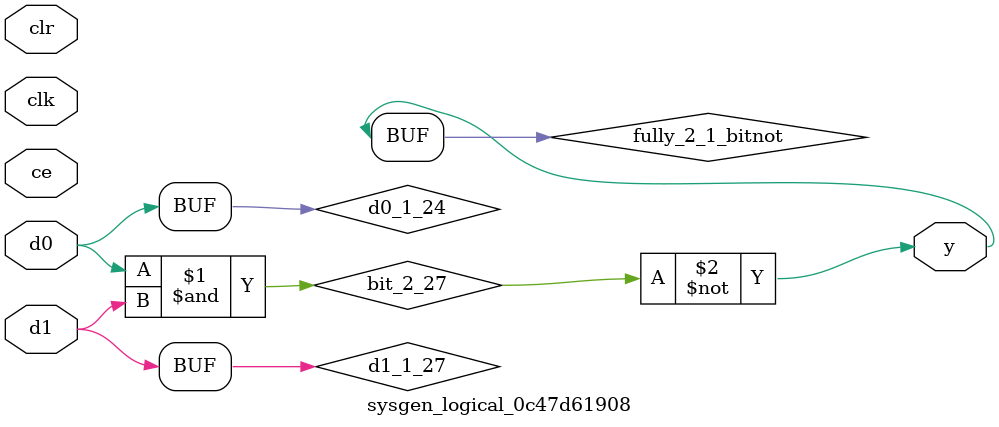
<source format=v>
module sysgen_logical_0c47d61908 (
  input [(1 - 1):0] d0,
  input [(1 - 1):0] d1,
  output [(1 - 1):0] y,
  input clk,
  input ce,
  input clr);
  wire d0_1_24;
  wire d1_1_27;
  wire bit_2_27;
  wire fully_2_1_bitnot;
  assign d0_1_24 = d0;
  assign d1_1_27 = d1;
  assign bit_2_27 = d0_1_24 & d1_1_27;
  assign fully_2_1_bitnot = ~bit_2_27;
  assign y = fully_2_1_bitnot;
endmodule
</source>
